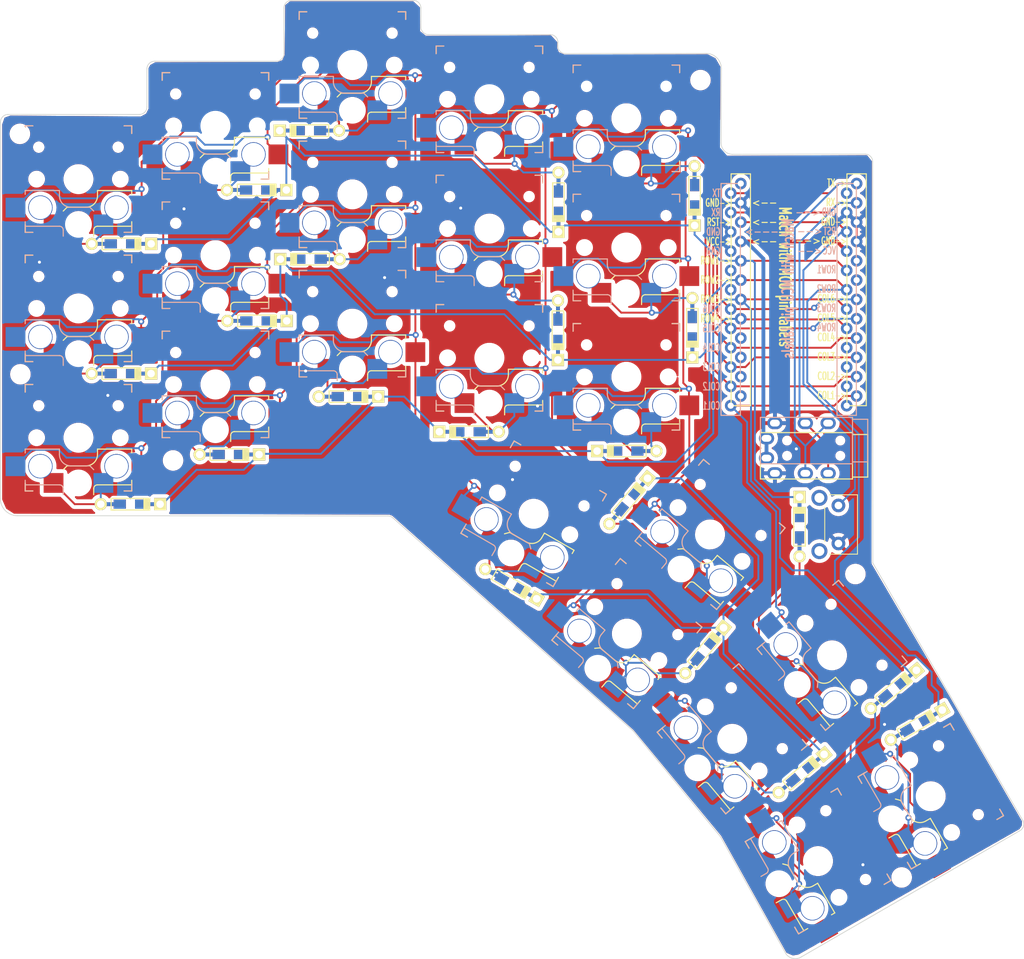
<source format=kicad_pcb>
(kicad_pcb (version 20221018) (generator pcbnew)
  (layers (0 "F.Cu" signal) (31 "B.Cu" signal) (34 "B.Paste" user) (35 "F.Paste" user) (36 "B.SilkS" user "B.Silkscreen") (37 "F.SilkS" user "F.Silkscreen") (38 "B.Mask" user) (39 "F.Mask" user) (44 "Edge.Cuts" user))
  (net 0 "")
  (net 1 "GND")
  (net 2 "row4")
  (net 3 "Net-(D2-A)")
  (net 4 "Net-(D6-A)")
  (net 5 "row1")
  (net 6 "Net-(D10-A)")
  (net 7 "col1")
  (net 8 "Net-(D11-A)")
  (net 9 "row3")
  (net 10 "Net-(D12-A)")
  (net 11 "Net-(D13-A)")
  (net 12 "Net-(D14-A)")
  (net 13 "Net-(D15-A)")
  (net 14 "Net-(D16-A)")
  (net 15 "Net-(D17-A)")
  (net 16 "Net-(D18-A)")
  (net 17 "Net-(D19-A)")
  (net 18 "Net-(D20-A)")
  (net 19 "Net-(D21-A)")
  (net 20 "Net-(D22-A)")
  (net 21 "Net-(D23-A)")
  (net 22 "+3.3V")
  (net 23 "tx")
  (net 24 "rx")
  (net 25 "col2")
  (net 26 "col3")
  (net 27 "col4")
  (net 28 "col5")
  (net 29 "col6")
  (net 30 "reset")
  (net 31 "row2")
  (net 33 "Net-(D9-A)")
  (net 34 "Net-(D1-A)")
  (net 35 "Net-(D3-A)")
  (net 36 "Net-(D4-A)")
  (net 37 "Net-(D5-A)")
  (net 39 "Net-(D7-A)")
  (footprint "keyswitches:Kailh_socket_PG1350_reversible" (layer "F.Cu") (at 71.5 80)
    (fp_text reference "SW23" hide)
    (fp_text value "SW_SPST" hide)
  )
  (footprint "keyswitches:Kailh_socket_PG1350_reversible" (layer "F.Cu") (at 183.5 127.14 -60)
    (fp_text reference "SW7" hide)
    (fp_text value "SW_SPST" hide)
  )
  (footprint "various:SW_SKHLLCA010" (layer "F.Cu") (at 170.12 91.41 -90)
    (fp_text reference "RSW1" hide)
    (fp_text value "SW_Push" hide)
  )
  (footprint "Keebio-Parts:Diode-dual" (layer "F.Cu") (at 143.786467 88.323533 50)
    (fp_text reference "D6" hide)
    (fp_text value "1N4148" hide)
  )
  (footprint "keyswitches:Kailh_socket_PG1350_reversible" (layer "F.Cu") (at 143.5 38)
    (fp_text reference "SW9" hide)
    (fp_text value "SW_SPST" hide)
  )
  (footprint "Keebio-Parts:Diode-dual" (layer "F.Cu") (at 78.33 88.74)
    (fp_text reference "D23" hide)
    (fp_text value "1N4148" hide)
  )
  (footprint "MountingHole:MountingHole_2.2mm_M2" (layer "F.Cu") (at 179.68 137.82)
    (fp_text reference "H5" hide)
    (fp_text value "MountingHole" hide)
  )
  (footprint "keyswitches:Kailh_socket_PG1350_reversible" (layer "F.Cu") (at 107.5 31)
    (fp_text reference "SW15" hide)
    (fp_text value "SW_SPST" hide)
  )
  (footprint "Keebio-Parts:Diode-dual" (layer "F.Cu") (at 134.58 49.03 -90)
    (fp_text reference "D12" hide)
    (fp_text value "1N4148" hide)
  )
  (footprint "Keebio-Parts:Diode-dual" (layer "F.Cu") (at 152.47 48.19 -90)
    (fp_text reference "D9" hide)
    (fp_text value "1N4148" hide)
  )
  (footprint "keyswitches:Kailh_socket_PG1350_reversible" (layer "F.Cu") (at 154.5 92.72 -40)
    (fp_text reference "SW3" hide)
    (fp_text value "SW_SPST" hide)
  )
  (footprint "Keebio-Parts:Diode-dual" (layer "F.Cu") (at 77.14 71.57)
    (fp_text reference "D22" hide)
    (fp_text value "1N4148" hide)
  )
  (footprint "Keebio-Parts:Diode-dual" (layer "F.Cu") (at 166.259693 91.706119 90)
    (fp_text reference "D3" hide)
    (fp_text value "1N4148" hide)
  )
  (footprint "keyswitches:Kailh_socket_PG1350_reversible" (layer "F.Cu") (at 170.53 108.61 -50)
    (fp_text reference "SW5" hide)
    (fp_text value "SW_SPST" hide)
  )
  (footprint "keyswitches:Kailh_socket_PG1350_reversible" (layer "F.Cu") (at 89.5 56)
    (fp_text reference "SW19" hide)
    (fp_text value "SW_SPST" hide)
  )
  (footprint "Keebio-Parts:Diode-dual" (layer "F.Cu") (at 91.33 82.21)
    (fp_text reference "D20" hide)
    (fp_text value "1N4148" hide)
  )
  (footprint "Keebio-Parts:Diode-dual" (layer "F.Cu") (at 128.34 99.23 -30)
    (fp_text reference "D1" hide)
    (fp_text value "1N4148" hide)
  )
  (footprint "keyswitches:Kailh_socket_PG1350_reversible" (layer "F.Cu") (at 143.5 72)
    (fp_text reference "SW11" hide)
    (fp_text value "SW_SPST" hide)
  )
  (footprint "Keebio-Parts:Diode-dual" (layer "F.Cu") (at 152.17 65.54 -90)
    (fp_text reference "D10" hide)
    (fp_text value "1N4148" hide)
  )
  (footprint "MountingHole:MountingHole_2.2mm_M2" (layer "F.Cu") (at 153.24 32.98)
    (fp_text reference "H3" hide)
    (fp_text value "MountingHole")
  )
  (footprint "MountingHole:MountingHole_2.2mm_M2" (layer "F.Cu") (at 63.87 71.66)
    (fp_text reference "H2" hide)
    (fp_text value "MountingHole" hide)
  )
  (footprint "keyswitches:Kailh_socket_PG1350_reversible" (layer "F.Cu") (at 168.69 135.67 -60)
    (fp_text reference "SW6" hide)
    (fp_text value "SW_SPST" hide)
  )
  (footprint "MountingHole:MountingHole_2.2mm_M2" (layer "F.Cu") (at 173.6 97.93)
    (fp_text reference "H6" hide)
    (fp_text value "MountingHole" hide)
  )
  (footprint "Keebio-Parts:Diode-dual" (layer "F.Cu") (at 94.97 64.64)
    (fp_text reference "D19" hide)
    (fp_text value "1N4148" hide)
  )
  (footprint "keyswitches:Kailh_socket_PG1350_reversible" (layer "F.Cu") (at 107.5 48)
    (fp_text reference "SW16" hide)
    (fp_text value "SW_SPST" hide)
  )
  (footprint "keyswitches:Kailh_socket_PG1350_reversible" (layer "F.Cu") (at 107.5 65)
    (fp_text reference "SW17" hide)
    (fp_text value "SW_SPST" hide)
  )
  (footprint "Keebio-Parts:Diode-dual" (layer "F.Cu") (at 106.98 74.6)
    (fp_text reference "D17" hide)
    (fp_text value "1N4148" hide)
  )
  (footprint "Keebio-Parts:Diode-dual" (layer "F.Cu") (at 153.76 107.98 50)
    (fp_text reference "D2" hide)
    (fp_text value "1N4148" hide)
  )
  (footprint "keyswitches:Kailh_socket_PG1350_reversible" (layer "F.Cu") (at 71.5 63)
    (fp_text reference "SW22" hide)
    (fp_text value "SW_SPST" hide)
  )
  (footprint "keyswitches:Kailh_socket_PG1350_reversible" (layer "F.Cu") (at 143.5 55)
    (fp_text reference "SW10" hide)
    (fp_text value "SW_SPST" hide)
  )
  (footprint "keyswitches:Kailh_socket_PG1350_reversible" (layer "F.Cu") (at 125.5 52.5)
    (fp_text reference "SW13" hide)
    (fp_text value "SW_SPST" hide)
  )
  (footprint "Keebio-Parts:Diode-dual" (layer "F.Cu") (at 181.64 117.76 30)
    (fp_text reference "D4" hide)
    (fp_text value "1N4148" hide)
  )
  (footprint "hillside:ProMicro_v2" (layer "F.Cu") (at 166.1036 61.058)
    (fp_text reference "U1" hide)
    (fp_text value "ProMicro_r" hide)
  )
  (footprint "keyswitches:Kailh_socket_PG1350_reversible" (layer "F.Cu") (at 125.5 69.5)
    (fp_text reference "SW14" hide)
    (fp_text value "SW_SPST" hide)
  )
  (footprint "MountingHole:MountingHole_2.2mm_M2" (layer "F.Cu") (at 83.93 82.99)
    (fp_text reference "H4" hide)
    (fp_text value "MountingHole" hide)
  )
  (footprint "Keebio-Parts:TRRS-PJ-320A" (layer "F.Cu") (at 173.22 82.38 -90)
    (fp_text reference "J1")
    (fp_text value "TRRS" hide)
  )
  (footprint "Keebio-Parts:Diode-dual" (layer "F.Cu") (at 101.85 39.62 180)
    (fp_text reference "D15" hide)
    (fp_text value "1N4148" hide)
  )
  (footprint "keyswitches:Kailh_socket_PG1350_reversible" (layer "F.Cu") (at 131.31686 90 -30)
    (fp_text reference "SW1" hide)
    (fp_text value "SW_SPST" hide)
  )
  (footprint "Keebio-Parts:Diode-dual" (layer "F.Cu") (at 94.92 47.43)
    (fp_text reference "D18" hide)
    (fp_text value "1N4148" hide)
  )
  (footprint "Keebio-Parts:Diode-dual" (layer "F.Cu") (at 178.63 113.09 40)
    (fp_text reference "D5" hide)
    (fp_text value "1N4148" hide)
  )
  (footprint "keyswitches:Kailh_socket_PG1350_reversible" (layer "F.Cu") (at 89.5 39)
    (fp_text reference "SW18" hide)
    (fp_text value "SW_SPST" hide)
  )
  (footprint "keyswitches:Kailh_socket_PG1350_reversible" (layer "F.Cu") (at 71.5 46)
    (fp_text reference "SW21" hide)
    (fp_text value "SW_SPST" hide)
  )
  (footprint "Keebio-Parts:Diode-dual" (layer "F.Cu") (at 143.555 81.755 180)
    (fp_text reference "D11" hide)
    (fp_text value "1N4148" hide)
  )
  (footprint "keyswitches:Kailh_socket_PG1350_reversible" (layer "F.Cu") (at 125.5 35.5)
    (fp_text reference "SW12" hide)
    (fp_text value "SW_SPST" hide)
  )
  (footprint "Keebio-Parts:Diode-dual" (layer "F.Cu") (at 122.83 79.22 180)
    (fp_text reference "D14" hide)
    (fp_text value "1N4148" hide)
  )
  (footprint "Keebio-Parts:Diode-dual" (layer "F.Cu") (at 134.51 65.87 -90)
    (fp_text reference "D13" hide)
    (fp_text value "1N4148" hide)
  )
  (footprint "Keebio-Parts:Diode-dual" (layer "F.Cu") (at 101.93 56.53 180)
    (fp_text reference "D16" hide)
    (fp_text value "1N4148" hide)
  )
  (footprint "keyswitches:Kailh_socket_PG1350_reversible" (layer "F.Cu") (at 89.5 73)
    (fp_text reference "SW20" hide)
    (fp_text value "SW_SPST" hide)
  )
  (footprint "Keebio-Parts:Diode-dual" (layer "F.Cu") (at 77.15 54.51)
    (fp_text reference "D21" hide)
    (fp_text value "1N4148" hide)
  )
  (footprint "Keebio-Parts:Diode-dual" (layer "F.Cu") (at 166.5 124.14 40)
    (fp_text reference "D7" hide)
    (fp_text value "1N4148" hide)
  )
  (footprint "MountingHole:MountingHole_2.2mm_M2" (layer "F.Cu") (at 63.8 40.05)
    (fp_text reference "H1" hide)
    (fp_text value "MountingHole" hide)
  )
  (footprint "keyswitches:Kailh_socket_PG1350_reversible" (layer "F.Cu") (at 143.57 105.76 -40)
    (fp_text reference "SW2" hide)
    (fp_text value "SW_SPST" hide)
  )
  (footprint "keyswitches:Kailh_socket_PG1350_reversible" (layer "F.Cu") (at 157.42 119.59 -50)
    (fp_text reference "SW4" hide)
    (fp_text value "SW_SPST" hide)
  )
  (footprint "Keebio-Parts:TRRS-PJ-320A" (layer "B.Cu") (at 173.219997 80.379999 90)
    (fp_text reference "J2")
    (fp_text value "TRRS")
  )
  (gr_arc (start 80.5 36.5) (mid 80.207107 37.207107) (end 79.5 37.5) (stroke (width 0.1)) (layer "Edge.Cuts"))
  (gr_line (start 61.238061 88.001939) (end 61.257107 38.497107) (stroke (width 0.1)) (layer "Edge.Cuts"))
  (gr_line (start 174.872893 42.71) (end 157.452107 42.742893) (stroke (width 0.1)) (layer "Edge.Cuts"))
  (gr_line (start 195.149465 131.707616) (end 166.560366 148.228728) (stroke (width 0.1)) (layer "Edge.Cuts"))
  (gr_arc (start 157.452107 42.742893) (mid 156.391447 42.303553) (end 155.952107 41.242893) (stroke (width 0.1)) (layer "Edge.Cuts"))
  (gr_line (start 175.872893 43.71) (end 175.88 96.46) (stroke (width 0.1)) (layer "Edge.Cuts"))
  (gr_line (start 144.38 118.53) (end 112.83 90.55) (stroke (width 0.1)) (layer "Edge.Cuts"))
  (gr_line (start 80.5 31.5) (end 80.5 36.5) (stroke (width 0.1)) (layer "Edge.Cuts"))
  (gr_line (start 79.5 37.5) (end 62.257107 37.497107) (stroke (width 0.1)) (layer "Edge.Cuts"))
  (gr_arc (start 80.5 31.5) (mid 80.792893 30.792893) (end 81.5 30.5) (stroke (width 0.1)) (layer "Edge.Cuts"))
  (gr_line (start 195.633153 130.37869) (end 175.88 96.46) (stroke (width 0.1)) (layer "Edge.Cuts"))
  (gr_line (start 133.5 27) (end 117.5 27) (stroke (width 0.1)) (layer "Edge.Cuts"))
  (gr_line (start 112.169983 90.289083) (end 63.498061 90.261939) (stroke (width 0.1)) (layer "Edge.Cuts"))
  (gr_arc (start 115.5 22.5) (mid 116.207107 22.792893) (end 116.5 23.5) (stroke (width 0.1)) (layer "Edge.Cuts"))
  (gr_arc (start 135.5 29.5) (mid 134.792893 29.207107) (end 134.5 28.5) (stroke (width 0.1)) (layer "Edge.Cuts"))
  (gr_line (start 134.5 28.5) (end 134.5 28) (stroke (width 0.1)) (layer "Edge.Cuts"))
  (gr_line (start 155.952107 41.242893) (end 155.987893 31.477107) (stroke (width 0.1)) (layer "Edge.Cuts"))
  (gr_line (start 116.5 26) (end 116.5 23.5) (stroke (width 0.1)) (layer "Edge.Cuts"))
  (gr_line (start 97.5 30.5) (end 81.5 30.5) (stroke (width 0.1)) (layer "Edge.Cuts"))
  (gr_arc (start 61.257107 38.497107) (mid 61.55 37.79) (end 62.257107 37.497107) (stroke (width 0.1)) (layer "Edge.Cuts"))
  (gr_arc (start 133.5 27) (mid 134.207107 27.292893) (end 134.5 28) (stroke (width 0.1)) (layer "Edge.Cuts"))
  (gr_arc (start 166.560366 148.228728) (mid 165.439529 148.477213) (end 164.471272 147.860366) (stroke (width 0.1)) (layer "Edge.Cuts"))
  (gr_line (start 155.89 132.49) (end 164.471272 147.860366) (stroke (width 0.1)) (layer "Edge.Cuts"))
  (gr_line (start 115.5 22.5) (end 99.5 22.5) (stroke (width 0.1)) (layer "Edge.Cuts"))
  (gr_arc (start 112.169983 90.289083) (mid 112.526045 90.353635) (end 112.83 90.55) (stroke (width 0.1)) (layer "Edge.Cuts"))
  (gr_line (start 144.38 118.53) (end 155.89 132.49) (stroke (width 0.1)) (layer "Edge.Cuts"))
  (gr_arc (start 195.633153 130.37869) (mid 195.666539 131.143328) (end 195.149465 131.707616) (stroke (width 0.1)) (layer "Edge.Cuts"))
  (gr_arc (start 153.987893 29.477107) (mid 155.402111 30.062889) (end 155.987893 31.477107) (stroke (width 0.1)) (layer "Edge.Cuts"))
  (gr_line (start 153.987893 29.477107) (end 135.5 29.5) (stroke (width 0.1)) (layer "Edge.Cuts"))
  (gr_arc (start 117.5 27) (mid 116.792893 26.707107) (end 116.5 26) (stroke (width 0.1)) (layer "Edge.Cuts"))
  (gr_arc (start 174.872893 42.71) (mid 175.58 43.002893) (end 175.872893 43.71) (stroke (width 0.1)) (layer "Edge.Cuts"))
  (gr_arc (start 63.498061 90.261939) (mid 61.9 89.6) (end 61.238061 88.001939) (stroke (width 0.1)) (layer "Edge.Cuts"))
  (gr_line (start 98.5 23.5) (end 98.5 29.5) (stroke (width 0.1)) (layer "Edge.Cuts"))
  (gr_arc (start 98.5 29.5) (mid 98.207107 30.207107) (end 97.5 30.5) (stroke (width 0.1)) (layer "Edge.Cuts"))
  (gr_arc (start 98.5 23.5) (mid 98.792893 22.792893) (end 99.5 22.5) (stroke (width 0.1)) (layer "Edge.Cuts"))
  (segment (start 172.49 50.39) (end 173.76 51.66) (width 0.25) (layer "F.Cu") (net 1))
  (segment (start 172.4536 50.39) (end 172.49 50.39) (width 0.25) (layer "F.Cu") (net 1))
  (segment (start 173.76 51.66) (end 173.76 54.2) (width 0.25) (layer "F.Cu") (net 1))
  (via (at 111.73 58.95) (size 0.8) (drill 0.4) (layers "F.Cu" "B.Cu") (net 1))
  (via (at 85.37 49.91) (size 0.8) (drill 0.4) (layers "F.Cu" "B.Cu") (net 1))
  (via (at 75.36 74.44) (size 0.8) (drill 0.4) (layers "F.Cu" "B.Cu") (net 1))
  (via (at 121.73 49.81) (size 0.8) (drill 0.4) (layers "F.Cu" "B.Cu") (net 1))
  (via (at 101.35 71.23) (size 0.8) (drill 0.4) (layers "F.Cu" "B.Cu") (net 1))
  (via (at 174.59 136.15) (size 0.8) (drill 0.4) (layers "F.Cu" "B.Cu") (net 1))
  (via (at 165.84 81.47) (size 0.8) (drill 0.4) (layers "F.Cu" "B.Cu") (net 1))
  (via (at 131.83 75.83) (size 0.8) (drill 0.4) (layers "F.Cu" "B.Cu") (net 1))
  (via (at 177.43 117.7) (size 0.8) (drill 0.4) (layers "F.Cu" "B.Cu") (net 1))
  (via (at 128.54 85.51) (size 0.8) (drill 0.4) (layers "F.Cu" "B.Cu") (net 1))
  (via (at 66.37 56.92) (size 0.8) (drill 0.4) (layers "F.Cu" "B.Cu") (net 1))
  (segment (start 156.0666 49.914897) (end 156.861497 49.12) (width 0.25) (layer "B.Cu") (net 1))
  (segment (start 156.861497 49.12) (end 158.54 49.12) (width 0.25) (layer "B.Cu") (net 1))
  (segment (start 157.2136 55.47) (end 156.0666 54.323) (width 0.25) (layer "B.Cu") (net 1))
  (segment (start 157.2136 52.93) (end 156.0666 51.783) (width 0.25) (layer "B.Cu") (net 1))
  (segment (start 156.0666 51.783) (end 156.0666 51.47) (width 0.25) (layer "B.Cu") (net 1))
  (segment (start 156.0666 54.323) (end 156.0666 51.47) (width 0.25) (layer "B.Cu") (net 1))
  (segment (start 156.0666 51.47) (end 156.0666 49.914897) (width 0.25) (layer "B.Cu") (net 1))
  (segment (start 158.63 64.45) (end 171.2736 64.45) (width 0.25) (layer "F.Cu") (net 2))
  (segment (start 171.2736 64.45) (end 172.4536 65.63) (width 0.25) (layer "F.Cu") (net 2))
  (segment (start 158.5041 64.3241) (end 158.63 64.45) (width 0.25) (layer "F.Cu") (net 2))
  (segment (start 154.92 66.017897) (end 156.557897 64.38) (width 0.25) (layer "B.Cu") (net 2))
  (segment (start 146.293339 85.33596) (end 149.006143 85.33596) (width 0.25) (layer "B.Cu") (net 2))
  (segment (start 160.85 95.54) (end 150.64596 85.33596) (width 0.25) (layer "B.Cu") (net 2))
  (segment (start 149.006143 85.33596) (end 154.92 79.422103) (width 0.25) (layer "B.Cu") (net 2))
  (segment (start 154.92 79.422103) (end 154.92 66.017897) (width 0.25) (layer "B.Cu") (net 2))
  (segment (start 150.64596 85.33596) (end 146.293339 85.33596) (width 0.25) (layer "B.Cu") (net 2))
  (segment (start 156.266872 104.992427) (end 156.266872 108.412427) (width 0.25) (layer "B.Cu") (net 2))
  (segment (start 150.722427 104.992427) (end 156.266872 104.992427) (width 0.25) (layer "B.Cu") (net 2))
  (segment (start 146.32436 100.59436) (end 150.722427 104.992427) (width 0.25) (layer "B.Cu") (net 2))
  (segment (start 156.266872 103.173128) (end 160.85 98.59) (width 0.25) (layer "B.Cu") (net 2))
  (segment (start 156.266872 108.412427) (end 169.487573 121.633128) (width 0.25) (layer "B.Cu") (net 2))
  (segment (start 156.266872 104.992427) (end 156.266872 103.173128) (width 0.25) (layer "B.Cu") (net 2))
  (segment (start 160.85 98.59) (end 160.85 95.54) (width 0.25) (layer "B.Cu") (net 2))
  (segment (start 132.303139 100.59436) (end 146.32436 100.59436) (width 0.25) (layer "B.Cu") (net 2))
  (segment (start 131.717499 101.18) (end 132.303139 100.59436) (width 0.25) (layer "B.Cu") (net 2))
  (segment (start 156.557897 64.38) (end 158.2364 64.38) (width 0.25) (layer "B.Cu") (net 2))
  (segment (start 137.236618 108.212835) (end 142.052835 108.212835) (width 0.25) (layer "F.Cu") (net 3))
  (segment (start 142.052835 108.212835) (end 143.44 109.6) (width 0.25) (layer "F.Cu") (net 3))
  (via (at 143.44 109.6) (size 0.8) (drill 0.4) (layers "F.Cu" "B.Cu") (net 3))
  (segment (start 142.254209 112.423094) (end 143.44 111.237303) (width 0.25) (layer "B.Cu") (net 3))
  (segment (start 143.44 109.6) (end 145.83 109.6) (width 0.25) (layer "B.Cu") (net 3))
  (segment (start 147.197573 110.967573) (end 151.253128 110.967573) (width 0.25) (layer "B.Cu") (net 3))
  (segment (start 145.83 109.6) (end 147.197573 110.967573) (width 0.25) (layer "B.Cu") (net 3))
  (segment (start 143.44 111.237303) (end 143.44 109.6) (width 0.25) (layer "B.Cu") (net 3))
  (segment (start 141.279595 91.311106) (end 144.304889 91.311106) (width 0.25) (layer "F.Cu") (net 4))
  (segment (start 148.166618 95.172835) (end 152.402835 95.172835) (width 0.25) (layer "F.Cu") (net 4))
  (segment (start 152.402835 95.172835) (end 154.08 96.85) (width 0.25) (layer "F.Cu") (net 4))
  (segment (start 144.304889 91.311106) (end 148.166618 95.172835) (width 0.25) (layer "F.Cu") (net 4))
  (via (at 154.08 96.85) (size 0.8) (drill 0.4) (layers "F.Cu" "B.Cu") (net 4))
  (segment (start 154.08 96.85) (end 154.08 98.487303) (width 0.25) (layer "B.Cu") (net 4))
  (segment (start 154.08 98.487303) (end 153.184209 99.383094) (width 0.25) (layer "B.Cu") (net 4))
  (segment (start 171.1836 56.74) (end 172.4536 58.01) (width 0.25) (layer "F.Cu") (net 5))
  (segment (start 158.54 56.74) (end 171.1836 56.74) (width 0.25) (layer "F.Cu") (net 5))
  (segment (start 101.2497 42.9197) (end 123.5197 42.9197) (width 0.25) (layer "B.Cu") (net 5))
  (segment (start 160.39 85.48) (end 160.39 57.03) (width 0.25) (layer "B.Cu") (net 5))
  (segment (start 98.82 40.49) (end 97.95 39.62) (width 0.25) (layer "B.Cu") (net 5))
  (segment (start 81.05 54.51) (end 81.6595 53.9005) (width 0.25) (layer "B.Cu") (net 5))
  (segment (start 162.716119 87.806119) (end 160.39 85.48) (width 0.25) (layer "B.Cu") (net 5))
  (segment (start 133.53 52.93) (end 134.58 52.93) (width 0.25) (layer "B.Cu") (net 5))
  (segment (start 135.42 52.09) (end 152.47 52.09) (width 0.25) (layer "B.Cu") (net 5))
  (segment (start 123.5197 42.9197) (end 133.53 52.93) (width 0.25) (layer "B.Cu") (net 5))
  (segment (start 152.47 52.09) (end 152.47 53.31) (width 0.25) (layer "B.Cu") (net 5))
  (segment (start 160.1 56.74) (end 158.54 56.74) (width 0.25) (layer "B.Cu") (net 5))
  (segment (start 134.58 52.93) (end 135.42 52.09) (width 0.25) (layer "B.Cu") (net 5))
  (segment (start 81.6595 53.9005) (end 91.374568 53.9005) (width 0.25) (layer "B.Cu") (net 5))
  (segment (start 160.39 57.03) (end 160.1 56.74) (width 0.25) (layer "B.Cu") (net 5))
  (segment (start 155.9 56.74) (end 158.54 56.74) (width 0.25) (layer "B.Cu") (net 5))
  (segment (start 166.259693 87.806119) (end 162.716119 87.806119) (width 0.25) (layer "B.Cu") (net 5))
  (segment (start 97.845068 47.43) (end 98.82 47.43) (width 0.25) (layer "B.Cu") (net 5))
  (segment (start 91.374568 53.9005) (end 97.845068 47.43) (width 0.25) (layer "B.Cu") (net 5))
  (segment (start 98.82 47.43) (end 98.82 40.49) (width 0.25) (layer "B.Cu") (net 5))
  (segment (start 152.47 53.31) (end 155.9 56.74) (width 0.25) (layer "B.Cu") (net 5))
  (segment (start 97.95 39.62) (end 101.2497 42.9197) (width 0.25) (layer "B.Cu") (net 5))
  (segment (start 142.835 63.56) (end 146.85 63.56) (width 0.25) (layer "F.Cu") (net 6))
  (segment (start 140.225 60.95) (end 142.835 63.56) (width 0.25) (layer "F.Cu") (net 6))
  (via (at 146.85 63.56) (size 0.8) (drill 0.4) (layers "F.Cu" "B.Cu") (net 6))
  (segment (start 146.775 63.485) (end 146.775 60.95) (width 0.25) (layer "B.Cu") (net 6))
  (segment (start 146.85 63.56) (end 147.98 63.56) (width 0.25) (layer "B.Cu") (net 6))
  (segment (start 149.9 61.64) (end 152.17 61.64) (width 0.25) (layer "B.Cu") (net 6))
  (segment (start 147.98 63.56) (end 149.9 61.64) (width 0.25) (layer "B.Cu") (net 6))
  (segment (start 146.85 63.56) (end 146.775 63.485) (width 0.25) (layer "B.Cu") (net 6))
  (segment (start 184.87 132.9) (end 184.87 132.02) (width 0.25) (layer "F.Cu") (net 7))
  (segment (start 170.846401 117.359471) (end 172.976401 117.359471) (width 0.25) (layer "F.Cu") (net 7))
  (segment (start 170.2041 141.4541) (end 170.2041 140.7841) (width 0.25) (layer "F.Cu") (net 7))
  (segment (start 173.49 116.845872) (end 173.49 114.27) (width 0.25) (layer "F.Cu") (net 7))
  (segment (start 173.34 140.951265) (end 173.34 132.56) (width 0.25) (layer "F.Cu") (net 7))
  (segment (start 157.2136 75.79) (end 170.831497 75.79) (width 0.25) (layer "F.Cu") (net 7))
  (segment (start 172.101497 74.52) (end 173.76 74.52) (width 0.25) (layer "F.Cu") (net 7))
  (segment (start 180.78 127.93) (end 180.78 124.19) (width 0.25) (layer "F.Cu") (net 7))
  (segment (start 185.55 133.58) (end 184.87 132.9) (width 0.25) (layer "F.Cu") (net 7))
  (segment (start 184.389905 136.18136) (end 185.55 135.021265) (width 0.25) (layer "F.Cu") (net 7))
  (segment (start 156.2 122.1) (end 154.649626 120.549626) (width 0.25) (layer "F.Cu") (net 7))
  (segment (start 159.866401 128.339471) (end 160.1 128.105872) (width 0.25) (layer "F.Cu") (net 7))
  (segment (start 159.866401 128.339471) (end 170.846401 117.359471) (width 0.25) (layer "F.Cu") (net 7))
  (segment (start 166.98 106.59) (end 163.9 103.51) (width 0.25) (layer "F.Cu") (net 7))
  (segment (start 154.649626 118.059626) (end 151.18 114.59) (width 0.25) (layer "F.Cu") (net 7))
  (segment (start 170.63 143.661265) (end 170.63 141.88) (width 0.25) (layer "F.Cu") (net 7))
  (segment (start 154.649626 120.549626) (end 154.649626 118.059626) (width 0.25) (layer "F.Cu") (net 7))
  (segment (start 172.976401 117.359471) (end 173.49 116.845872) (width 0.25) (layer "F.Cu") (net 7))
  (segment (start 173.3 132.52) (end 172.976401 132.196401) (width 0.25) (layer "F.Cu") (net 7))
  (segment (start 160.1 125) (end 157.2 122.1) (width 0.25) (layer "F.Cu") (net 7))
  (segment (start 173.49 114.27) (end 170.45 111.23) (width 0.25) (layer "F.Cu") (net 7))
  (segment (start 173.34 132.56) (end 173.3 132.52) (width 0.25) (layer "F.Cu") (net 7))
  (segment (start 176.100095 135.320095) (end 175.79 135.01) (width 0.25) (layer "F.Cu") (net 7))
  (segment (start 163.22 130.49) (end 163.22 130.03) (width 0.25) (layer "F.Cu") (net 7))
  (segment (start 166.98 108.53) (end 166.98 106.59) (width 0.25) (layer "F.Cu") (net 7))
  (segment (start 165.26 135.84) (end 165.26 132.53) (width 0.25) (layer "F.Cu") (net 7))
  (segment (start 169.579905 144.71136) (end 173.34 140.951265) (width 0.25) (layer "F.Cu") (net 7))
  (segment (start 170.45 111.23) (end 169.68 111.23) (width 0.25) (layer "F.Cu") (net 7))
  (segment (start 184.389905 136.18136) (end 182.05136 136.18136) (width 0.25) (layer "F.Cu") (net 7))
  (segment (start 181.190095 135.320095) (end 176.100095 135.320095) (width 0.25) (layer "F.Cu") (net 7))
  (segment (start 170.831497 75.79) (end 172.101497 74.52) (width 0.25) (layer "F.Cu") (net 7))
  (segment (start 172.976401 132.196401) (end 172.976401 117.359471) (width 0.25) (layer "F.Cu") (net 7))
  (segment (start 157.2 122.1) (end 156.2 122.1) (width 0.25) (layer "F.Cu") (net 7))
  (segment (start 180.78 124.19) (end 178.16 121.57) (width 0.25) (layer "F.Cu") (net 7))
  (segment (start 169.579905 144.71136) (end 170.63 143.661265) (width 0.25) (layer "F.Cu") (net 7))
  (segment (start 182.05136 136.18136) (end 181.190095 135.320095) (width 0.25) (layer "F.Cu") (net 7))
  (segment (start 170.63 141.88) (end 170.2041 141.4541) (width 0.25) (layer "F.Cu") (net 7))
  (segment (start 163.9 103.51) (end 163.9 102.96) (width 0.25) (layer "F.Cu") (net 7))
  (segment (start 169.68 111.23) (end 166.98 108.53) (width 0.25) (layer "F.Cu") (net 7))
  (segment (start 185.55 135.021265) (end 185.55 133.58) (width 0.25) (layer "F.Cu") (net 7))
  (segment (start 184.87 132.02) (end 180.78 127.93) (width 0.25) (layer "F.Cu") (net 7))
  (segment (start 160.1 128.105872) (end 160.1 125) (width 0.25) (layer "F.Cu") (net 7))
  (segment (start 170.2041 140.7841) (end 165.26 135.84) (width 0.25) (layer "F.Cu") (net 7))
  (segment (start 165.26 132.53) (end 163.22 130.49) (width 0.25) (layer "F.Cu") (net 7))
  (segment (start 175.79 135.01) (end 173.3 132.52) (width 0.25) (layer "F.Cu") (net 7))
  (via (at 163.9 102.96) (size 0.8) (drill 0.4) (layers "F.Cu" "B.Cu") (net 7))
  (via (at 151.18 114.59) (size 0.8) (drill 0.4) (layers "F.Cu" "B.Cu") (net 7))
  (via (at 178.16 121.57) (size 0.8) (drill 0.4) (layers "F.Cu" "B.Cu") (net 7))
  (via (at 163.22 130.03) (size 0.8) (drill 0.4) (layers "F.Cu" "B.Cu") (net 7))
  (segment (start 163.9 102.96) (end 163.9 103.119702) (width 0.25) (layer "B.Cu") (net 7))
  (segment (start 161.653545 130.03) (end 161.304905 130.37864) (width 0.25) (layer "B.Cu") (net 7))
  (segment (start 163.18 89.712497) (end 159.37 85.902498) (width 0.25) (layer "B.Cu") (net 7))
  (segment (start 163.22 130.03) (end 161.653545 130.03) (width 0.25) (layer "B.Cu") (net 7))
  (segment (start 178.16 121.57) (end 176.393545 121.57) (width 0.25) (layer "B.Cu") (net 7))
  (segment (start 176.393545 121.57) (end 176.114905 121.84864) (width 0.25) (layer "B.Cu") (net 7))
  (segment (start 163.9 103.119702) (end 162.338266 104.681436) (width 0.25) (layer "B.Cu") (net 7))
  (segment (start 163.18 102.24) (end 163.18 89.712497) (width 0.25) (layer "B.Cu") (net 7))
  (segment (start 159.37 85.902498) (end 159.37 77.9464) (width 0.25) (layer "B.Cu") (net 7))
  (segment (start 159.37 77.9464) (end 157.2136 75.79) (width 0.25) (layer "B.Cu") (net 7))
  (segment (start 163.9 102.96) (end 163.18 102.24) (width 0.25) (layer "B.Cu") (net 7))
  (segment (start 150.299702 114.59) (end 149.228266 115.661436) (width 0.25) (layer "B.Cu") (net 7))
  (segment (start 151.18 114.59) (end 150.299702 114.59) (width 0.25) (layer "B.Cu") (net 7))
  (segment (start 144.195 81.755) (end 147.455 81.755) (width 0.25) (layer "F.Cu") (net 8))
  (segment (start 140.225 77.95) (end 140.39 77.95) (width 0.25) (layer "F.Cu") (net 8))
  (segment (start 140.39 77.95) (end 144.195 81.755) (width 0.25) (layer "F.Cu") (net 8))
  (segment (start 146.775 77.95) (end 146.775 81.075) (width 0.25) (layer "B.Cu") (net 8))
  (segment (start 146.775 81.075) (end 147.455 81.755) (width 0.25) (layer "B.Cu") (net 8))
  (segment (start 171.1736 61.81) (end 172.4536 63.09) (width 0.25) (layer "F.Cu") (net 9))
  (segment (start 158.55 61.81) (end 171.1736 61.81) (width 0.25) (layer "F.Cu") (net 9))
  (segment (start 158.54 61.82) (end 158.55 61.81) (width 0.25) (layer "F.Cu") (net 9))
  (segment (start 123.835 81.755) (end 139.655 81.755) (width 0.25) (layer "B.Cu") (net 9))
  (segment (start 181.049727 111.150974) (end 167.338753 97.44) (width 0.25) (layer "B.Cu") (net 9))
  (segment (start 165.35 97.44) (end 163.69 95.78) (width 0.25) (layer "B.Cu") (net 9))
  (segment (start 103.36 82.12) (end 110.88 74.6) (width 0.25) (layer "B.Cu") (net 9))
  (segment (start 82.23 88.74) (end 82.5 88.74) (width 0.25) (layer "B.Cu") (net 9))
  (segment (start 159.88 63.16) (end 158.54 61.82) (width 0.25) (layer "B.Cu") (net 9))
  (segment (start 87.015155 84.224845) (end 93.215155 84.224845) (width 0.25) (layer "B.Cu") (net 9))
  (segment (start 181.617573 110.583128) (end 181.049727 111.150974) (width 0.25) (layer "B.Cu") (net 9))
  (segment (start 118.93 79.22) (end 121.3 79.22) (width 0.25) (layer "B.Cu") (net 9))
  (segment (start 114.31 74.6) (end 118.93 79.22) (width 0.25) (layer "B.Cu") (net 9))
  (segment (start 156.38 61.84) (end 154.41 63.81) (width 0.25) (layer "B.Cu") (net 9))
  (segment (start 150.01 83.16) (end 141.06 83.16) (width 0.25) (layer "B.Cu") (net 9))
  (segment (start 163.69 89.501249) (end 159.88 85.691249) (width 0.25) (layer "B.Cu") (net 9))
  (segment (start 158.2364 61.84) (end 156.38 61.84) (width 0.25) (layer "B.Cu") (net 9))
  (segment (start 82.5 88.74) (end 87.015155 84.224845) (width 0.25) (layer "B.Cu") (net 9))
  (segment (start 93.215155 84.224845) (end 95.32 82.12) (width 0.25) (layer "B.Cu") (net 9))
  (segment (start 163.69 95.78) (end 163.69 89.501249) (width 0.25) (layer "B.Cu") (net 9))
  (segment (start 110.88 74.6) (end 114.31 74.6) (width 0.25) (layer "B.Cu") (net 9))
  (segment (start 95.32 82.12) (end 103.36 82.12) (width 0.25) (layer "B.Cu") (net 9))
  (segment (start 121.3 79.22) (end 123.835 81.755) (width 0.25) (layer "B.Cu") (net 9))
  (segment (start 154.41 78.76) (end 150.01 83.16) (width 0.25) (layer "B.Cu") (net 9))
  (segment (start 141.06 83.16) (end 139.655 81.755) (width 0.25) (layer "B.Cu") (net 9))
  (segment (start 159.88 85.691249) (end 159.88 63.16) (width 0.25) (layer "B.Cu") (net 9))
  (segment (start 154.41 63.81) (end 154.41 78.76) (width 0.25) (layer "B.Cu") (net 9))
  (segment (start 167.338753 97.44) (end 165.35 97.44) (width 0.25) (layer "B.Cu") (net 9))
  (segment (start 124.755 43.98) (end 128.82 43.98) (width 0.25) (layer "F.Cu") (net 10))
  (segment (start 122.225 41.45) (end 124.755 43.98) (width 0.25) (layer "F.Cu") (net 10))
  (via (at 128.82 43.98) (size 0.8) (drill 0.4) (layers "F.Cu" "B.Cu") (net 10))
  (segment (start 128.82 43.98) (end 129.97 45.13) (width 0.25) (layer "B.Cu") (net 10))
  (segment (start 128.775 43.935) (end 128.775 41.45) (width 0.25) (layer "B.Cu") (net 10))
  (segment (start 128.82 43.98) (end 128.775 43.935) (width 0.25) (layer "B.Cu") (net 10))
  (segment (start 129.97 45.13) (end 134.58 45.13) (width 0.25) (layer "B.Cu") (net 10))
  (segment (start 122.225 58.45) (end 124.955 61.18) (width 0.25) (layer "F.Cu") (net 11))
  (segment (start 124.955 61.18) (end 128.66 61.18) (width 0.25) (layer "F.Cu") (net 11))
  (via (at 128.66 61.18) (size 0.8) (drill 0.4) (layers "F.Cu" "B.Cu") (net 11))
  (segment (start 128.66 61.18) (end 129.45 61.97) (width 0.25) (layer "B.Cu") (net 11))
  (segment (start 128.775 61.065) (end 128.775 58.45) (width 0.25) (layer "B.Cu") (net 11))
  (segment (start 128.66 61.18) (end 128.775 61.065) (width 0.25) (layer "B.Cu") (net 11))
  (segment (start 129.45 61.97) (end 134.51 61.97) (width 0.25) (layer "B.Cu") (net 11))
  (segment (start 122.225 75.45) (end 125.995 79.22) (width 0.25) (layer "F.Cu") (net 12))
  (segment (start 125.995 79.22) (end 126.73 79.22) (width 0.25) (layer "F.Cu") (net 12))
  (segment (start 128.775 77.175) (end 126.73 79.22) (width 0.25) (layer "B.Cu") (net 12))
  (segment (start 128.775 75.45) (end 128.775 77.175) (width 0.25) (layer "B.Cu") (net 12))
  (segment (start 104.225 36.95) (end 105.75 38.475) (width 0.25) (layer "F.Cu") (net 13))
  (segment (start 105.75 38.475) (end 105.75 39.62) (width 0.25) (layer "F.Cu") (net 13))
  (segment (start 110.775 36.95) (end 108.105 39.62) (width 0.25) (layer "B.Cu") (net 13))
  (segment (start 108.105 39.62) (end 105.75 39.62) (width 0.25) (layer "B.Cu") (net 13))
  (segment (start 104.225 53.95) (end 104.225 54.925) (width 0.25) (layer "F.Cu") (net 14))
  (segment (start 104.225 54.925) (end 105.83 56.53) (width 0.25) (layer "F.Cu") (net 14))
  (segment (start 110.775 53.95) (end 108.195 56.53) (width 0.25) (layer "B.Cu") (net 14))
  (segment (start 108.195 56.53) (end 105.83 56.53) (width 0.25) (layer "B.Cu") (net 14))
  (segment (start 104.225 70.95) (end 104.225 73.455) (width 0.25) (layer "F.Cu") (net 15))
  (segment (start 104.225 73.455) (end 103.08 74.6) (width 0.25) (layer "F.Cu") (net 15))
  (segment (start 110.775 70.95) (end 108.89 72.835) (width 0.25) (layer "B.Cu") (net 15))
  (segment (start 104.845 72.835) (end 103.08 74.6) (width 0.25) (layer "B.Cu") (net 15))
  (segment (start 108.89 72.835) (end 104.845 72.835) (width 0.25) (layer "B.Cu") (net 15))
  (segment (start 86.225 44.95) (end 88.705 47.43) (width 0.25) (layer "F.Cu") (net 16))
  (segment (start 88.705 47.43) (end 91.02 47.43) (width 0.25) (layer "F.Cu") (net 16))
  (segment (start 92.775 44.95) (end 92.775 45.675) (width 0.25) (layer "B.Cu") (net 16))
  (segment (start 92.775 45.675) (end 91.02 47.43) (width 0.25) (layer "B.Cu") (net 16))
  (segment (start 88.915 64.64) (end 91.07 64.64) (width 0.25) (layer "F.Cu") (net 17))
  (segment (start 86.225 61.95) (end 88.915 64.64) (width 0.25) (layer "F.Cu") (net 17))
  (segment (start 92.775 62.935) (end 91.07 64.64) (width 0.25) (layer "B.Cu") (net 17))
  (segment (start 92.775 61.95) (end 92.775 62.935) (width 0.25) (layer "B.Cu") (net 17))
  (segment (start 86.225 81.005) (end 87.43 82.21) (width 0.25) (layer "F.Cu") (net 18))
  (segment (start 86.225 78.95) (end 86.225 81.005) (width 0.25) (layer "F.Cu") (net 18))
  (segment (start 92.775 78.95) (end 90.59 81.135) (width 0.25) (layer "B.Cu") (net 18))
  (segment (start 88.505 81.135) (end 87.43 82.21) (width 0.25) (layer "B.Cu") (net 18))
  (segment (start 90.59 81.135) (end 88.505 81.135) (width 0.25) (layer "B.Cu") (net 18))
  (segment (start 70.785 54.51) (end 73.25 54.51) (width 0.25) (layer "F.Cu") (net 19))
  (segment (start 68.225 51.95) (end 70.785 54.51) (width 0.25) (layer "F.Cu") (net 19))
  (segment (start 74.775 52.985) (end 73.25 54.51) (width 0.25) (layer "B.Cu") (net 19))
  (segment (start 74.775 51.95) (end 74.775 52.985) (width 0.25) (layer "B.Cu") (net 19))
  (segment (start 70.845 71.57) (end 73.24 71.57) (width 0.25) (layer "F.Cu") (net 20))
  (segment (start 68.225 68.95) (end 70.845 71.57) (width 0.25) (layer "F.Cu") (net 20))
  (segment (start 74.775 68.95) (end 74.775 70.035) (width 0.25) (layer "B.Cu") (net 20))
  (segment (start 74.775 70.035) (end 73.24 71.57) (width 0.25) (layer "B.Cu") (net 20))
  (segment (start 68.225 85.95) (end 71.015 88.74) (width 0.25) (layer "F.Cu") (net 21))
  (segment (start 71.015 88.74) (end 74.43 88.74) (width 0.25) (layer "F.Cu") (net 21))
  (segment (start 74.41 86.39) (end 74.43 86.41) (width 0.25) (layer "B.Cu") (net 21))
  (segment (start 74.43 86.41) (end 74.43 88.74) (width 0.25) (layer "B.Cu") (net 21))
  (segment (start 74.775 86.025) (end 74.41 86.39) (width 0.25) (layer "B.Cu") (net 21))
  (segment (start 74.775 85.95) (end 74.775 86.025) (width 0.25) (layer "B.Cu") (net 21))
  (segment (start 171.1836 54.2) (end 172.4536 55.47) (width 0.5) (layer "F.Cu") (net 22))
  (segment (start 158.54 54.2) (end 171.1836 54.2) (width 0.5) (layer "F.Cu") (net 22))
  (segment (start 161.92 82.679996) (end 161.919997 82.679999) (width 0.5) (layer "B.Cu") (net 22))
  (segment (start 158.54 54.2) (end 159.2423 54.2) (width 0.5) (layer "B.Cu") (net 22))
  (segment (start 161.509997 79.669997) (end 161.92 80.08) (width 0.5) (layer "B.Cu") (net 22))
  (segment (start 161.92 80.08) (end 161.92 82.679996) (width 0.5) (layer "B.Cu") (net 22))
  (segment (start 159.2423 54.2) (end 161.509997 56.467697) (width 0.5) (layer "B.Cu") (net 22))
  (segment (start 161.509997 56.467697) (end 161.509997 79.669997) (width 0.5) (layer "B.Cu") (net 22))
  (segment (start 171.45 46.58) (end 173.76 46.58) (width 0.25) (layer "F.Cu") (net 23))
  (segment (start 157.2136 47.85) (end 170.18 47.85) (width 0.25) (layer "F.Cu") (net 23))
  (segment (start 170.18 47.85) (end 171.45 46.58) (width 0.25) (layer "F.Cu") (net 23))
  (segment (start 165.634997 52.4088) (end 171.463797 46.58) (width 0.25) (layer "B.Cu") (net 23))
  (segment (start 171.463797 46.58) (end 173.76 46.58) (width 0.25) (layer "B.Cu") (net 23))
  (segment (start 165.634997 79.694993) (end 165.634997 52.4088) (width 0.25) (layer "B.Cu") (net 23))
  (segment (start 167.02 81.079996) (end 165.634997 79.694993) (width 0.25) (layer "B.Cu") (net 23))
  (segment (start 167.02 84.68) (end 167.02 81.079996) (width 0.25) (layer "B.Cu") (net 23))
  (segment (start 167.02 81.079996) (end 170.019997 78.079999) (width 0.25) (layer "B.Cu") (net 23))
  (segment (start 157.2136 50.39) (end 170.18 50.39) (width 0.25) (layer "F.Cu") (net 24))
  (segment (start 171.45 49.12) (end 173.76 49.12) (width 0.25) (layer "F.Cu") (net 24))
  (segment (start 170.02 81.080002) (end 167.019997 78.079999) (width 0.25) (layer "F.Cu") (net 24))
  (segment (start 170.18 50.39) (end 171.45 49.12) (width 0.25) (layer "F.Cu") (net 24))
  (segment (start 170.02 84.68) (end 170.02 81.080002) (width 0.25) (layer "F.Cu") (net 24))
  (segment (start 171.463797 49.12) (end 166.25705 54.326747) (width 0.25) (layer "B.Cu") (net 24))
  (segment (start 166.25705 54.326747) (end 166.25705 77.317052) (width 0.25) (layer "B.Cu") (net 24))
  (segment (start 166.25705 77.317052) (end 167.019997 78.079999) (width 0.25) (layer "B.Cu") (net 24))
  (segment (start 173.76 49.12) (end 171.463797 49.12) (width 0.25) (layer "B.Cu") (net 24))
  (segment (start 151.61 39.61) (end 151.61 41.585) (width 0.25) (layer "F.Cu") (net 25))
  (segment (start 150.985 59.54) (end 151.775 58.75) (width 0.25) (layer "F.Cu") (net 25))
  (segment (start 151.775 84.145) (end 151.775 75.75) (width 0.25) (layer "F.Cu") (net 25))
  (segment (start 156.5995 95.889415) (end 154.577224 95.889415) (width 0.25) (layer "F.Cu") (net 25))
  (segment (start 151.62 58.595) (end 151.775 58.75) (width 0.25) (layer "F.Cu") (net 25))
  (segment (start 151.62 56.45) (end 151.62 58.595) (width 0.25) (layer "F.Cu") (net 25))
  (segment (start 147.387809 88.7) (end 147.22 88.7) (width 0.25) (layer "F.Cu") (net 25))
  (segment (start 151.73 73.56) (end 150.985 72.815) (width 0.25) (layer "F.Cu") (net 25))
  (segment (start 158.428564 97.718479) (end 156.5995 95.889415) (width 0.25) (layer "F.Cu") (net 25))
  (segment (start 153.9 44.044156) (end 153.9 69.9364) (width 0.25) (layer "F.Cu") (net 25))
  (segment (start 170.831497 73.25) (end 172.101497 71.98) (width 0.25) (layer "F.Cu") (net 25))
  (segment (start 154.577224 95.889415) (end 147.387809 88.7) (width 0.25) (layer "F.Cu") (net 25))
  (segment (start 147.22 88.7) (end 151.775 84.145) (width 0.25) (layer "F.Cu") (net 25))
  (segment (start 158.428564 100.911734) (end 158.428564 97.718479) (width 0.25) (layer "F.Cu") (net 25))
  (segment (start 172.101497 71.98) (end 173.76 71.98) (width 0.25) (layer "F.Cu") (net 25))
  (segment (start 153.9 69.9364) (end 157.2136 73.25) (width 0.25) (layer "F.Cu") (net 25))
  (segment (start 150.985 72.815) (end 150.985 59.54) (width 0.25) (layer "F.Cu") (net 25))
  (segment (start 151.62 56.45) (end 151.285 56.115) (width 0.25) (layer "F.Cu") (net 25))
  (segment (start 151.73 73.56) (end 151.73 75.705) (width 0.25) (layer "F.Cu") (net 25))
  (segment (start 151.61 41.754156) (end 153.9 44.044156) (width 0.25) (layer "F.Cu") (net 25))
  (segment (start 151.285 56.115) (end 151.285 42.24) (width 0.25) (layer "F.Cu") (net 25))
  (segment (start 151.73 75.705) (end 151.775 75.75) (width 0.25) (layer "F.Cu") (net 25))
  (segment (start 151.285 42.24) (end 151.775 41.75) (width 0.25) (layer "F.Cu") (net 25))
  (segment (start 151.61 41.585) (end 151.775 41.75) (width 0.25) (layer "F.Cu") (net 25))
  (segment (start 151.61 39.61) (end 151.61 41.754156) (width 0.25) (layer "F.Cu") (net 25))
  (segment (start 157.2136 73.25) (end 170.831497 73.25) (width 0.25) (layer "F.Cu") (net 25))
  (via (at 151.61 39.61) (size 0.8) (drill 0.4) (layers "F.Cu" "B.Cu") (net 25))
  (via (at 151.73 73.56) (size 0.8) (drill 0.4) (layers "F.Cu" "B.Cu") (net 25))
  (via (at 147.22 88.7) (size 0.8) (drill 0.4) (layers "F.Cu" "B.Cu") (net 25))
  (via (at 151.62 56.45) (size 0.8) (drill 0.4) (layers "F.Cu" "B.Cu") (net 25))
  (segment (start 145.31 57.63) (end 146.49 56.45) (width 0.25) (layer "B.Cu") (net 25))
  (segment (start 140.87 40.43) (end 145.73 40.43) (width 0.25) (layer "B.Cu") (net 25))
  (segment (start 147.22 88.7) (end 147.22 88.804128) (width 0.25) (layer "B.Cu") (net 25))
  (segment (start 135.225 41.75) (end 137.555 39.42) (width 0.25) (layer "B.Cu") (net 25))
  (segment (start 135.225 75.75) (end 137.435429 73.539571) (width 0.25) (layer "B.Cu") (net 25))
  (segment (start 146.55 39.61) (end 151.61 39.61) (width 0.25) (layer "B.Cu") (net 25))
  (segment (start 145.76 74.53) (end 146.73 73.56) (width 0.25) (layer "B.Cu") (net 25))
  (segment (start 146.49 56.45) (end 151.62 56.45) (width 0.25) (layer "B.Cu") (net 25))
  (segment (start 137.435429 73.539571) (end 140.679571 73.539571) (width 0.25) (layer "B.Cu") (net 25))
  (segment (start 139.86 39.42) (end 140.87 40.43) (width 0.25) (layer "B.Cu") (net 25))
  (segment (start 145.73 40.43) (end 146.55 39.61) (width 0.25) (layer "B.Cu") (net 25))
  (segment (start 140.9605 57.63) (end 145.31 57.63) (width 0.25) (layer "B.Cu") (net 25))
  (segment (start 141.67 74.53) (end 145.76 74.53) (width 0.25) (layer "B.Cu") (net 25))
  (segment (start 137.555 39.42) (end 139.86 39.42) (width 0.25) (layer "B.Cu") (net 25))
  (segment (start 139.7805 56.45) (end 140.9605 57.63) (width 0.25) (layer "B.Cu") (net 25))
  (segment (start 135.225 58.75) (end 137.525 56.45) (width 0.25) (layer "B.Cu") (net 25))
  (segment (start 147.22 88.804128) (end 145.750529 90.273599) (width 0.25) (layer "B.Cu") (net 25))
  (segment (start 137.525 56.45) (end 139.7805 56.45) (width 0.25) (layer "B.Cu") (net 25))
  (segment (start 146.73 73.56) (end 151.73 73.56) (width 0.25) (layer "B.Cu") (net 25))
  (segment (start 140.679571 73.539571) (end 141.67 74.53) (width 0.25) (layer "B.Cu") (net 25))
  (segment (start 154.41 43.832908) (end 154.41 67.9064) (width 0.25) (layer "F.Cu") (net 26))
  (segment (start 132.87 54.17) (end 132.87 55.345) (width 0.25) (layer "F.Cu") (net 26))
  (segment (start 173.76 69.44) (end 160.408103 69.44) (width 0.25) (layer "F.Cu") (net 26))
  (segment (start 139.71 105.41) (end 139.71 104.6) (width 0.25) (layer "F.Cu") (net 26))
  (segment (start 133.71 37.03) (end 134.8395 35.9005) (width 0.25) (layer "F.Cu") (net 26))
  (segment (start 142.264083 107.702835) (end 142.002835 107.702835) (width 0.25) (layer "F.Cu") (net 26))
  (segment (start 132.88 72.355) (end 133.775 73.25) (width 0.25) (layer "F.Cu") (net 26))
  (segment (start 132.87 40.155) (end 133.775 39.25) (width 0.25) (layer "F.Cu") (net 26))
  (segment (start 136.56 102.03) (end 138.817813 99.772187) (width 0.25) (layer "F.Cu") (net 26))
  (segment (start 132.88 70.87) (end 132.88 72.355) (width 0.25) (layer "F.Cu") (net 26))
  (segment (start 133.71 39.185) (end 133.775 39.25) (width 0.25) (layer "F.Cu") (net 26))
  (segment (start 147.498564 111.318564) (end 144.58 108.4) (width 0.25) (layer "F.Cu") (net 26))
  (segment (start 133.735 79.955) (end 133.735 73.29) (width 0.25) (layer "F.Cu") (net 26))
  (segment (start 160.408103 69.44) (end 159.138103 70.71) (width 0.25) (layer "F.Cu") (net 26))
  (segment (start 134.8395 35.9005) (end 149.6605 35.9005) (width 0.25) (layer "F.Cu") (net 26))
  (segment (start 149.6605 35.9005) (end 154.029172 40.269172) (width 0.25) (layer "F.Cu") (net 26))
  (segment (start 132.88 70.87) (end 132.88 57.145) (width 0.25) (layer "F.Cu") (net 26))
  (segment (start 132.87 55.345) (end 133.775 56.25) (width 0.25) (layer "F.Cu") (net 26))
  (segment (start 139.71 104.6) (end 137.14 102.03) (width 0.25) (layer "F.Cu") (net 26))
  (segment (start 133.71 37.03) (end 133.71 39.185) (width 0.25) (layer "F.Cu") (net 26))
  (segment (start 154.029172 40.269172) (end 154.029172 43.45208) (width 0.25) (layer "F.Cu") (net 26))
  (segment (start 133.735 73.29) (end 133.775 73.25) (width 0.25) (layer "F.Cu") (net 26))
  (segment (start 137.14 102.03) (end 136.56 102.03) (width 0.25) (layer "F.Cu") (net 26))
  (segment (start 138.817813 85.037813) (end 133.735 79.955) (width 0.25) (layer "F.Cu") (net 26))
  (segment (start 144.58 108.4) (end 142.961248 108.4) (width 0.25) (layer "F.Cu") (net 26))
  (segment (start 132.87 54.17) (end 132.87 40.155) (width 0.25) (layer "F.Cu") (net 26))
  (segment (start 147.498564 113.951734) (end 147.498564 111.318564) (width 0.25) (layer "F.Cu") (net 26))
  (segment (start 142.002835 107.702835) (end 139.71 105.41) (width 0.25) (layer "F.Cu") (net 26))
  (segment (start 138.817813 99.772187) (end 138.817813 85.037813) (width 0.25) (layer "F.Cu") (net 26))
  (segment (start 132.88 57.145) (end 133.775 56.25) (width 0.25) (layer "F.Cu") (net 26))
  (segment (start 142.961248 108.4) (end 142.264083 107.702835) (width 0.25) (layer "F.Cu") (net 26))
  (segment (start 159.138103 70.71) (end 157.2136 70.71) (width 0.25) (layer "F.Cu") (net 26))
  (segment (start 154.41 67.9064) (end 157.2136 70.71) (width 0.25) (layer "F.Cu") (net 26))
  (segment (start 154.029172 43.45208) (end 154.41 43.832908) (width 0.25) (layer "F.Cu") (net 26))
  (via (at 132.88 70.87) (size 0.8) (drill 0.4) (layers "F.Cu" "B.Cu") (net 26))
  (via (at 136.56 102.03) (size 0.8) (drill 0.4) (layers "F.Cu" "B.Cu") (net 26))
  (via (at 132.87 54.17) (size 0.8) (drill 0.4) (layers "F.Cu" "B.Cu") (net 26))
  (via (at 133.71 37.03) (size 0.8) (drill 0.4) (layers "F.Cu" "B.Cu") (net 26))
  (segment (start 127.7 54.9) (end 128.43 54.17) (width 0.25) (layer "B.Cu") (net 26))
  (segment (start 117.225 73.25) (end 119.63543 70.83957) (width 0.25) (layer "B.Cu") (net 26))
  (segment (start 123.86 54.9) (end 127.7 54.9) (width 0.25) (layer "B.Cu") (net 26))
  (segment (start 122.92 53.96) (end 123.86 54.9) (width 0.25) (layer "B.Cu") (net 26))
  (segment (start 123.87043 70.83957) (end 124.630359 71.5995) (width 0.25) (layer "B.Cu") (net 26))
  (segment (start 119.515 53.96) (end 122.92 53.96) (width 0.25) (layer "B.Cu") (net 26))
  (segment (start 124.630359 71.5995) (end 128.176527 71.5995) (width 0.25) (layer "B.Cu") (net 26))
  (segment (start 122.81 38.02) (end 127.92 38.02) (width 0.25) (layer "B.Cu") (net 26))
  (segment (start 121.72 36.93) (end 122.81 38.02) (width 0.25) (layer "B.Cu") (net 26))
  (segment (start 119.545 36.93) (end 121.72 36.93) (width 0.25) (layer "B.Cu") (net 26))
  (segment (start 129.03 36.91) (end 133.59 36.91) (width 0.25) (layer "B.Cu") (net 26))
  (segment (start 128.906027 70.87) (end 132.88 70.87) (width 0.25) (layer "B.Cu") (net 26))
  (segment (start 133.59 36.91) (end 133.71 37.03) (width 0.25) (layer "B.Cu") (net 26))
  (segment (start 136.104128 102.03) (end 134.820529 103.313599) (width 0.25) (layer "B.Cu") (net 26))
  (segment (start 127.92 38.02) (end 129.03 36.91) (width 0.25) (layer "B.Cu") (net 26))
  (segment (start 128.43 54.17) (end 132.87 54.17) (width 0.25) (layer "B.Cu") (net 26))
  (segment (start 117.225 56.25) (end 119.515 53.96) (width 0.25) (layer "B.Cu") (net 26))
  (segment (start 128.176527 71.5995) (end 128.906027 70.87) (width 0.25) (layer "B.Cu") (net 26))
  (segment (start 136.56 102.03) (end 136.104128 102.03) (width 0.25) (layer "B.Cu") (net 26))
  (segment (start 119.63543 70.83957) (end 123.87043 70.83957) (width 0.25) (layer "B.Cu") (net 26))
  (segment (start 117.225 39.25) (end 119.545 36.93) (width 0.25) (layer "B.Cu") (net 26))
  (segment (start 157.2136 68.17) (end 170.39 68.17) (width 0.25) (layer "F.Cu") (net 27))
  (segment (start 116.618752 32.35) (end 117.598752 33.33) (width 0.25) (layer "F.Cu") (net 27))
  (segment (start 136.60822 97.385095) (end 136.60822 95.24822) (width 0.25) (layer "F.Cu") (net 27))
  (segment (start 154.539172 43.240832) (end 154.92 43.62166) (width 0.25) (layer "F.Cu") (net 27))
  (segment (start 171.66 66.9) (end 173.76 66.9) (width 0.25) (layer "F.Cu") (net 27))
  (segment (start 115.775 78.545) (end 123.495676 86.265676) (width 0.25) (layer "F.Cu") (net 27))
  (segment (start 123.774324 86.324324) (end 123.495676 86.324324) (width 0.25) (layer "F.Cu") (net 27))
  (segment (start 136.2605 35.3905) (end 149.871748 35.3905) (width 0.25) (layer "F.Cu") (net 27))
  (segment (start 115.82 66.49) (end 115.775 66.445) (width 0.25) (layer "F.Cu") (net 27))
  (segment (start 170.39 68.17) (end 171.66 66.9) (width 0.25) (layer "F.Cu") (net 27))
  (segment (start 115.78 51.745) (end 115.775 51.75) (width 0.25) (layer "F.Cu") (net 27))
  (segment (start 115.78 49.75) (end 115.78 51.745) (width 0.25) (layer "F.Cu") (net 27))
  (segment (start 117.598752 33.33) (end 119.66 33.33) (width 0.25) (layer "F.Cu") (net 27))
  (segment (start 115.775 34.75) (end 118.24 34.75) (width 0.25) (layer "F.Cu") (net 27))
  (segment (start 115.775 49.745) (end 115.78 49.75) (width 0.25) (layer "F.Cu") (net 27))
  (segment (start 115.775 34.75) (end 115.775 49.745) (width 0.25) (layer "F.Cu") (net 27))
  (segment (start 115.775 66.445) (end 115.775 51.75) (width 0.25) (layer "F.Cu") (net 27))
  (segment (start 136.60822 95.24822) (end 133.87 92.51) (width 0.25) (layer "F.Cu") (net 27))
  (segment (start 130.37 92.51) (end 126.54 88.68) (width 0.25) (layer "F.Cu") (net 27))
  (segment (start 115.775 68.75) (end 115.775 78.545) (width 0.25) (layer "F.Cu") (net 27))
  (segment (start 115.82 66.49) (end 115.82 68.705) (width 0.25) (layer "F.Cu") (net 27))
  (segment (start 115.74 34.715) (end 115.775 34.75) (width 0.25) (layer "F.Cu") (net 27))
  (segment (start 133.87 92.51) (end 130.37 92.51) (width 0.25) (layer "F.Cu") (net 27))
  (segment (start 126.54 88.68) (end 126.13 88.68) (width 0.25) (layer "F.Cu") (net 27))
  (segment (start 115.82 68.705) (end 115.775 68.75) (width 0.25) (layer "F.Cu") (net 27))
  (segment (start 118.24 34.75) (end 119.66 33.33) (width 0.25) (layer "F.Cu") (net 27))
  (segment (start 126.13 88.68) (end 123.774324 86.324324) (width 0.25) (layer "F.Cu") (net 27))
  (segment (start 115.74 32.35) (end 115.74 34.715) (width 0.25) (layer "F.Cu") (net 27))
  (segment (start 154.92 43.62166) (end 154.92 65.8764) (width 0.25) (layer "F.Cu") (net 27))
  (segment (start 149.871748 35.3905) (end 154.539172 40.057924) (width 0.25) (layer "F.Cu") (net 27))
  (segment (start 154.539172 40.057924) (end 154.539172 43.240832) (width 0.25) (layer "F.Cu") (net 27))
  (segment (start 134.2 33.33) (end 136.2605 35.3905) (width 0.25) (layer "F.Cu") (net 27))
  (segment (start 119.66 33.33) (end 134.2 33.33) (width 0.25) (layer "F.Cu") (net 27))
  (segment (start 154.92 65.8764) (end 157.2136 68.17) (width 0.25) (layer "F.Cu") (net 27))
  (segment (start 115.74 32.35) (end 116.618752 32.35) (width 0.25) (layer "F.Cu") (net 27))
  (segment (start 123.495676 86.265676) (end 123.495676 86.324324) (width 0.25) (layer "F.Cu") (net 27))
  (via (at 123.495676 86.324324) (size 0.8) (drill 0.4) (layers "F.Cu" "B.Cu") (net 27))
  (via (at 115.78 49.75) (size 0.8) (drill 0.4) (layers "F.Cu" "B.Cu") (net 27))
  (via (at 115.74 32.35) (size 0.8) (drill 0.4) (layers "F.Cu" "B.Cu") (net 27))
  (via (at 115.82 66.49) (size 0.8) (drill 0.4) (layers "F.Cu" "B.Cu") (net 27))
  (segment (start 105.04 66.57) (end 105.92 67.45) (width 0.25) (layer "B.Cu") (net 27))
  (segment (start 110.792786 33.65) (end 112.092786 32.35) (width 0.25) (layer "B.Cu") (net 27))
  (segment (start 106.345 32.765) (end 107.23 33.65) (width 0.25) (layer "B.Cu") (net 27))
  (segment (start 105.92 67.45) (end 109.94 67.45) (width 0.25) (layer "B.Cu") (net 27))
  (segment (start 104.8 49.45) (end 105.92 50.57) (width 0.25) (layer "B.Cu") (net 27))
  (segment (start 110.9 66.49) (end 115.82 66.49) (width 0.25) (layer "B.Cu") (net 27))
  (segment (start 99.225 34.75) (end 101.21 32.765) (width 0.25) (layer "B.Cu") (net 27))
  (segment (start 101.525 49.45) (end 104.8 49.45) (width 0.25) (layer "B.Cu") (net 27))
  (segment (start 122.2755 89.110095) (end 122.2755 87.5445) (width 0.25) (layer "B.Cu") (net 27))
  (segment (start 101.405 66.57) (end 105.04 66.57) (width 0.25) (layer "B.Cu") (net 27))
  (segment (start 122.2755 87.5445) (end 123.495676 86.324324) (width 0.25) (layer "B.Cu") (net 27))
  (segment (start 112.092786 32.35) (end 115.74 32.35) (width 0.25) (layer "B.Cu") (net 27))
  (segment (start 101.21 32.765) (end 106.345 32.765) (width 0.25) (layer "B.Cu") (net 27))
  (segment (start 105.92 50.57) (end 110.06 50.57) (width 0.25) (layer "B.Cu") (net 27))
  (segment (start 99.225 68.75) (end 101.405 66.57) (width 0.25) (layer "B.Cu") (net 27))
  (segment (start 99.225 51.75) (end 101.525 49.45) (width 0.25) (layer "B.Cu") (net 27))
  (segment (start 109.94 67.45) (end 110.9 66.49) (width 0.25) (layer "B.Cu") (net 27))
  (segment (start 110.88 49.75) (end 115.78 49.75) (width 0.25) (layer "B.Cu") (net 27))
  (segment (start 110.06 50.57) (end 110.88 49.75) (width 0.25) (layer "B.Cu") (net 27))
  (segment (start 107.23 33.65) (end 110.792786 33.65) (width 0.25) (layer "B.Cu") (net 27))
  (segment (start 150.082996 34.8805) (end 155.049172 39.846676) (width 0.25) (layer "F.Cu") (net 28))
  (segment (start 100.54 66.11) (end 100.54 62.515) (width 0.25) (layer "F.Cu") (net 28))
  (segment (start 136.471748 34.8805) (end 150.082996 34.8805) (width 0.25) (layer "F.Cu") (net 28))
  (segment (start 104.32 29.7) (end 105.36 28.66) (width 0.25) (layer "F.Cu") (net 28))
  (segment (start 96.31 57.58) (end 96.31 58.285) (width 0.25) (layer "F.Cu") (net 28))
  (segment (start 113.65 28.66) (end 117.81 32.82) (width 0.25) (layer "F.Cu") (net 28))
  (segment (start 97.97 74.42) (end 100.17 72.22) (width 0.25) (layer "F.Cu") (net 28))
  (segment (start 155.43 63.8464) (end 157.2136 65.63) (width 0.25) (layer "F.Cu") (net 28))
  (segment (start 96.35 41.325) (end 97.775 42.75) (width 0.25) (layer "F.Cu") (net 28))
  (segment (start 155.049172 39.846676) (end 155.049172 43.029584) (width 0.25) (layer "F.Cu") (net 28))
  (segment (start 100.17 72.22) (end 100.17 66.48) (width 0.25) (layer "F.Cu") (net 28))
  (segment (start 96.31 57.58) (end 96.31 53.36) (width 0.25) (layer "F.Cu") (net 28))
  (segment (start 96.35 40.47) (end 96.35 41.325) (width 0.25) (layer "F.Cu") (net 28))
  (segment (start 100.54 62.515) (end 97.775 59.75) (width 0.25) (layer "F.Cu") (net 28))
  (segment (start 97.97 76.555) (end 97.775 76.75) (width 0.25) (layer "F.Cu") (net 28))
  (segment (start 103.01 32.51) (end 104.32 31.2) (width 0.25) (layer "F.Cu") (net 28))
  (segment (start 100.35 49.32) (end 100.35 45.325) (width 0.25) (layer "F.Cu") (net 28))
  (segment (start 105.36 28.66) (end 113.65 28.66) (width 0.25) (layer "F.Cu") (net 28))
  (segment (start 155.43 43.410412) (end 155.43 63.8464) (width 0.25) (layer "F.Cu") (net 28))
  (segment (start 96.31 53.36) (end 100.35 49.32) (width 0.25) (layer "F.Cu") (net 28))
  (segment (start 96.35 40.47) (end 96.35 37.39) (width 0.25) (layer "F.Cu") (net 28))
  (segment (start 97.97 74.42) (end 97.97 76.555) (width 0.25) (layer "F.Cu") (net 28))
  (segment (start 117.81 32.82) (end 134.411248 32.82) (width 0.25) (layer "F.Cu") (net 28))
  (segment (start 104.32 31.2) (end 104.32 29.7) (width 0.25) (layer "F.Cu") (net 28))
  (segment (start 100.35 45.325) (end 97.775 42.75) (width 0.25) (layer "F.Cu") (net 28))
  (segment (start 96.35 37.39) (end 101.23 32.51) (width 0.25) (layer "F.Cu") (net 28))
  (segment (start 168.06205 65.62205) (end 168.0541 65.63) (width 0.25) (layer "F.Cu") (net 28))
  (segment (start 101.23 32.51) (end 103.01 32.51) (width 0.25) (layer "F.Cu") (net 28))
  (segment (start 134.411248 32.82) (end 136.471748 34.8805) (width 0.25) (layer "F.Cu") (net 28))
  (segment (start 100.17 66.48) (end 100.54 66.11) (width 0.25) (layer "F.Cu") (net 28))
  (segment (start 96.31 58.285) (end 97.775 59.75) (width 0.25) (layer "F.Cu") (net 28))
  (segment (start 168.0541 65.63) (end 157.2136 65.63) (width 0.25) (layer "F.Cu") (net 28))
  (segment (start 155.049172 43.029584) (end 155.43 43.410412) (width 0.25) (layer "F.Cu") (net 28))
  (via (at 96.35 40.47) (size 0.8) (drill 0.4) (layers "F.Cu" "B.Cu") (net 28))
  (via (at 96.31 57.58) (size 0.8) (drill 0.4) (layers "F.Cu" "B.Cu") (net 28))
  (via (at 168.06205 65.62205) (size 0.8) (drill 0.4) (layers "F.Cu" "B.Cu") (net 28))
  (via (at 97.97 74.42) (size 0.8) (drill 0.4) (layers "F.Cu" "B.Cu") (net 28))
  (segment (start 81.225 76.75) (end 83.485 74.49) (width 0.25) (layer "B.Cu") (net 28))
  (segment (start 83.555 40.42) (end 87.04 40.42) (width 0.25) (layer "B.Cu") (net 28))
  (segment (start 81.225 59.75) (end 83.7391 57.2359) (width 0.25) (layer "B.Cu") (net 28))
  (segment (start 87.897841 58.0995) (end 90.9605 58.0995) (width 0.25) (layer "B.Cu") (net 28))
  (segment (start 92.25 41.48) (end 93.26 40.47) (width 0.25) (layer "B.Cu") (net 28))
  (segment (start 169.3241 64.36) (end 173.76 64.36) (width 0.25) (layer "B.Cu") (net 28))
  (segment (start 91.8 74.42) (end 97.97 74.42) (width 0.25) (layer "B.Cu") (net 28))
  (segment (start 93.26 40.47) (end 96.35 40.47) (width 0.25) (layer "B.Cu") (net 28))
  (segment (start 87.04 40.42) (end 88.1 41.48) (width 0.25) (layer "B.Cu") (net 28))
  (segment (start 91.48 57.58) (end 96.31 57.58) (width 0.25) (layer "B.Cu") (net 28))
  (segment (start 83.7391 57.2359) (end 87.034241 57.2359) (width 0.25) (layer "B.Cu") (net 28))
  (segment (start 87.034241 57.2359) (end 87.897841 58.0995) (width 0.25) (layer "B.Cu") (net 28))
  (segment (start 81.225 42.75) (end 83.555 40.42) (width 0.25) (layer "B.Cu") (net 28))
  (segment (start 86.95 74.49) (end 87.91 75.45) (width 0.25) (layer "B.Cu") (net 28))
  (segment (start 83.485 74.49) (end 86.95 74.49) (width 0.25) (layer "B.Cu") (net 28))
  (segment (start 90.77 75.45) (end 91.8 74.42) (width 0.25) (layer "B.Cu") (net 28))
  (segment (start 168.06205 65.62205) (end 169.3241 64.36) (width 0.25) (layer "B.Cu") (net 28))
  (segment (start 88.1 41.48) (end 92.25 41.48) (width 0.25) (layer "B.Cu") (net 28))
  (segment (start 90.9605 58.0995) (end 91.48 57.58) (width 0.25) (layer "B.Cu") (net 28))
  (segment (start 87.91 75.45) (end 90.77 75.45) (width 0.25) (layer "B.Cu") (net 28))
  (segment (start 81.7 75.17) (end 82.55 74.32) (width 0.25) (layer "F.Cu") (net 29))
  (segment (start 155.559172 42.818336) (end 155.94 43.199164) (width 0.25) (layer "F.Cu") (net 29))
  (segment (start 168.18 62.92) (end 168.01 63.09) (width 0.25) (layer "F.Cu") (net 29))
  (segment (start 155.567703 41.079772) (end 155.559172 41.088626) (width 0.25) (layer "F.Cu") (net 29))
  (segment (start 79.8 43.73) (end 83.01 40.52) (width 0.25) (layer "F.Cu") (net 29))
  (segment (start 155.94 61.8164) (end 157.2136 63.09) (width 0.25) (layer "F.Cu") (net 29))
  (segment (start 82.64 57.75) (end 82.64 52.615) (width 0.25) (layer "F.Cu") (net 29))
  (segment (start 79.74 66.715) (end 79.775 66.75) (width 0.25) (layer "F.Cu") (net 29))
  (segment (start 94.46 36.5) (end 102.81 28.15) (width 0.25) (layer "F.Cu") (net 29))
  (segment (start 84.54 40.52) (end 88.56 36.5) (width 0.25) (layer "F.Cu") (net 29))
  (segment (start 79.74 64.73) (end 81.85 62.62) (width 0.25) (layer "F.Cu") (net 29))
  (segment (start 81.85 58.54) (end 82.64 57.75) (width 0.25) (layer "F.Cu") (net 29))
  (segment (start 113.861248 28.15) (end 118.021248 32.31) (width 0.25) (layer "F.Cu") (net 29))
  (segment (start 155.573826 39.103826) (end 155.573826 39.408894) (width 0.25) (layer "F.Cu") (net 29))
  (segment (start 155.94 43.199164) (end 155.94 61.8164) (width 0.25) (layer "F.Cu") (net 29))
  (segment (start 118.021248 32.31) (end 148.78 32.31) (width 0.25) (layer "F.Cu") (net 29))
  (segment (start 79.76 81.38) (end 79.76 83.735) (width 0.25) (layer "F.Cu") (net 29))
  (segment (start 155.559172 41.088626) (end 155.559172 42.818336) (width 0.25) (layer "F.Cu") (net 29))
  (segment (start 148.78 32.31) (end 155.573826 39.103826) (width 0.25) (layer "F.Cu") (net 29))
  (segment (start 79.76 83.735) (end 79.775 83.75) (width 0.25) (layer "F.Cu") (net 29))
  (segment (start 81.85 62.62) (end 81.85 58.54) (width 0.25) (layer "F.Cu") (net 29))
  (segment (start 79.76 81.38) (end 81.7 79.44) (width 0.25) (layer "F.Cu") (net 29))
  (segment (start 168.01 63.09) (end 157.2136 63.09) (width 0.25) (layer "F.Cu") (net 29))
  (segment (start 82.55 69.525) (end 79.775 66.75) (width 0.25) (layer "F.Cu") (net 29))
  (segment (start 82.64 52.615) (end 79.775 49.75) (width 0.25) (layer "F.Cu") (net 29))
  (segment (start 82.55 74.32) (end 82.55 69.525) (width 0.25) (layer "F.Cu") (net 29))
  (segment (start 79.8 47.31) (end 79.8 43.73) (width 0.25) (layer "F.Cu") (net 29))
  (segment (start 79.74 64.73) (end 79.74 66.715) (width 0.25) (layer "F.Cu") (net 29))
  (segment (start 79.8 47.31) (end 79.8 49.725) (width 0.25) (layer "F.Cu") (net 29))
  (segment (start 155.573826 39.408894) (end 155.567703 41.079772) (width 0.25) (layer "F.Cu") (net 29))
  (segment (start 102.81 28.15) (end 113.861248 28.15) (width 0.25) (layer "F.Cu") (net 29))
  (segment (start 88.56 36.5) (end 94.46 36.5) (width 0.25) (layer "F.Cu") (net 29))
  (segment (start 83.01 40.52) (end 84.54 40.52) (width 0.25) (layer "F.Cu") (net 29))
  (segment (start 81.7 79.44) (end 81.7 75.17) (width 0.25) (layer "F.Cu") (net 29))
  (segment (start 79.8 49.725) (end 79.775 49.75) (width 0.25) (layer "F.Cu") (net 29))
  (via (at 79.74 64.73) (size 0.8) (drill 0.4) (layers "F.Cu" "B.Cu") (net 29))
  (via (at 79.76 81.38) (size 0.8) (drill 0.4) (layers "F.Cu" "B.Cu") (net 29))
  (via (at 168.18 62.92) (size 0.8) (drill 0.4) (layers "F.Cu" "B.Cu") (net 29))
  (via (at 79.8 47.31) (size 0.8) (drill 0.4) (layers "F.Cu" "B.Cu") (net 29))
  (segment (start 68.89 81.59) (end 69.92 82.62) (width 0.25) (layer "B.Cu") (net 29))
  (segment (start 169.28 61.82) (end 173.76 61.82) (width 0.25) (layer "B.Cu") (net 29))
  (segment (start 74 82.62) (end 75.24 81.38) (width 0.25) (layer "B.Cu") (net 29))
  (segment (start 69.98 65.46) (end 74.12 65.46) (width 0.25) (layer "B.Cu") (net 29))
  (segment (start 69.03 64.51) (end 69.98 65.46) (width 0.25) (layer "B.Cu") (net 29))
  (segment (start 74.912173 47.54) (end 79.57 47.54) (width 0.25) (layer "B.Cu") (net 29))
  (segment (start 79.43 64.42) (end 79.74 64.73) (width 0.25) (layer "B.Cu") (net 29))
  (segment (start 65.465 64.51) (end 69.03 64.51) (width 0.25) (layer "B.Cu") (net 29))
  (segment (start 63.225 66.75) (end 65.465 64.51) (width 0.25) (layer "B.Cu") (net 29))
  (segment (start 63.225 83.75) (end 65.385 81.59) (width 0.25) (layer "B.Cu") (net 29))
  (segment (start 69.270141 48.53) (end 73.922173 48.53) (width 0.25) (layer "B.Cu") (net 29))
  (segment (start 68.200141 47.46) (end 69.270141 48.53) (width 0.25) (layer "B.Cu") (net 29))
  (segment (start 65.515 47.46) (end 68.200141 47.46) (width 0.25) (layer "B.Cu") (net 29))
  (segment (start 65.385 81.59) (end 68.89 81.59) (width 0.25) (layer "B.Cu") (net 29))
  (segment (start 63.225 49.75) (end 65.515 47.46) (width 0.25) (layer "B.Cu") (net 29))
  (segment (start 69.92 82.62) (end 74 82.62) (width 0.25) (layer "B.Cu") (net 29))
  (segment (start 75.16 64.42) (end 79.43 64.42) (width 0.25) (layer "B.Cu") (net 29))
  (segment (start 79.57 47.54) (end 79.8 47.31) (width 0.25) (layer "B.Cu") (net 29))
  (segment (start 73.922173 48.53) (end 74.912173 47.54) (width 0.25) (layer "B.Cu") (net 29))
  (segment (start 75.24 81.38) (end 79.76 81.38) (width 0.25) (layer "B.Cu") (net 29))
  (segment (start 168.18 62.92) (end 169.28 61.82) (width 0.25) (layer "B.Cu") (net 29))
  (segment (start 74.12 65.46) (end 75.16 64.42) (width 0.25) (layer "B.Cu") (net 29))
  (segment (start 171.1836 51.66) (end 172.4536 52.93) (width 0.25) (layer "F.Cu") (net 30))
  (segment (start 158.54 51.66) (end 171.1836 51.66) (width 0.25) (layer "F.Cu") (net 30))
  (segment (start 173.54 86.74) (end 171.37 88.91) (width 0.25) (layer "B.Cu") (net 30))
  (segment (start 166.76705 57.97885) (end 166.76705 72.951209) (width 0.25) (layer "B.Cu") (net 30))
  (segment (start 172.4536 52.93) (end 171.8159 52.93) (width 0.25) (layer "B.Cu") (net 30))
  (segment (start 166.76705 72.951209) (end 173.54 79.724159) (width 0.25) (layer "B.Cu") (net 30))
  (segment (start 173.54 79.724159) (end 173.54 86.74) (width 0.25) (layer "B.Cu") (net 30))
  (segment (start 171.8159 52.93) (end 166.76705 57.97885) (width 0.25) (layer "B.Cu") (net 30))
  (segment (start 158.54 59.28) (end 171.1836 59.28) (width 0.25) (layer "F.Cu") (net 31))
  (segment (start 171.1836 59.28) (end 172.4536 60.55) (width 0.25) (layer "F.Cu") (net 31))
  (segment (start 134.51 69.77) (end 151.84 69.77) (width 0.25) (layer "B.Cu") (net 31))
  (segment (start 183.625 110.820411) (end 181.44 108.635411) (width 0.25) (layer "B.Cu") (net 31))
  (segment (start 99.54 58.04) (end 104.71 58.04) (width 0.25) (layer "B.Cu") (net 31))
  (segment (start 174.05 79.5) (end 167.27705 72.72705) (width 0.25) (layer "B.Cu") (net 31))
  (segment (start 98.87 64.64) (end 98.87 62.19) (width 0.25) (layer "B.Cu") (net 31))
  (segment (start 167.27705 62.07295) (end 168.8 60.55) (width 0.25) (layer "B.Cu") (net 31))
  (segment (start 91.755068 70.52) (end 97.635068 64.64) (width 0.25) (layer "B.Cu") (net 31))
  (segment (start 156.861497 59.28) (end 158.54 59.28) (width 0.25) (layer "B.Cu") (net 31))
  (segment (start 98.03 61.35) (end 98.03 56.53) (width 0.25) (layer "B.Cu") (net 31))
  (segment (start 180.485411 108.635411) (end 170.91 99.06) (width 0.25) (layer "B.Cu") (net 31))
  (segment (start 151.84 69.77) (end 152.17 69.44) (width 0.25) (layer "B.Cu") (net 31))
  (segment (start 152.17 69.44) (end 153.18 69.44) (width 0.25) (layer "B.Cu") (net 31))
  (segment (start 98.87 62.19) (end 98.03 61.35) (width 0.25) (layer "B.Cu") (net 31))
  (segment (start 153.9 68.72) (end 153.9 62.241497) (width 0.25) (layer "B.Cu") (net 31))
  (segment (start 183.625 112.555) (end 183.625 110.820411) (width 0.25) (layer "B.Cu") (net 31))
  (segment (start 181.44 108.635411) (end 180.485411 108.635411) (width 0.25) (layer "B.Cu") (net 31))
  (segment (start 184.512046 115.304547) (end 184.512046 113.442046) (width 0.25) (layer "B.Cu") (net 31))
  (segment (start 170.91 99.06) (end 170.91 96.187265) (width 0.25) (layer "B.Cu") (net 31))
  (segment (start 153.9 62.241497) (end 156.861497 59.28) (width 0.25) (layer "B.Cu") (net 31))
  (segment (start 98.03 56.53) (end 99.54 58.04) (width 0.25) (layer "B.Cu") (net 31))
  (segment (start 167.27705 72.72705) (end 167.27705 62.07295) (width 0.25) (layer "B.Cu") (net 31))
  (segment (start 82.09 70.52) (end 91.755068 70.52) (width 0.25) (layer "B.Cu") (net 31))
  (segment (start 174.05 93.047265) (end 174.05 79.5) (width 0.25) (layer "B.Cu") (net 31))
  (segment (start 168.8 60.55) (end 172.4536 60.55) (width 0.25) (layer "B.Cu") (net 31))
  (segment (start 133.46 69.77) (end 134.51 69.77) (width 0.25) (layer "B.Cu") (net 31))
  (segment (start 184.512046 113.442046) (end 183.625 112.555) (width 0.25) (layer "B.Cu") (net 31))
  (segment (start 127.4541 63.7641) (end 133.46 69.77) (width 0.25) (layer "B.Cu") (net 31))
  (segment (start 81.04 71.57) (end 82.09 70.52) (width 0.25) (layer "B.Cu") (net 31))
  (segment (start 97.635068 64.64) (end 98.87 64.64) (width 0.25) (layer "B.Cu") (net 31))
  (segment (start 153.18 69.44) (end 153.9 68.72) (width 0.25) (layer "B.Cu") (net 31))
  (segment (start 170.91 96.187265) (end 174.05 93.047265) (width 0.25) (layer "B.Cu") (net 31))
  (segment (start 185.017499 115.81) (end 184.512046 115.304547) (width 0.25) (layer "B.Cu") (net 31))
  (segment (start 104.71 58.04) (end 110.4341 63.7641) (width 0.25) (layer "B.Cu") (net 31))
  (segment (start 110.4341 63.7641) (end 127.4541 63.7641) (width 0.25) (layer "B.Cu") (net 31))
  (segment (start 142.845 46.57) (end 146.72 46.57) (width 0.25) (layer "F.Cu") (net 33))
  (segment (start 140.225 43.95) (end 142.845 46.57) (width 0.25) (layer "F.Cu") (net 33))
  (via (at 146.72 46.57) (size 0.8) (drill 0.4) (layers "F.Cu" "B.Cu") (net 33))
  (segment (start 148.35 46.57) (end 146.72 46.57) (width 0.25) (layer "B.Cu") (net 33))
  (segment (start 152.47 44.29) (end 150.63 44.29) (width 0.25) (layer "B.Cu") (net 33))
  (segment (start 150.63 44.29) (end 148.35 46.57) (width 0.25) (layer "B.Cu") (net 33))
  (segment (start 146.72 46.57) (end 146.775 46.515) (width 0.25) (layer "B.Cu") (net 33))
  (segment (start 146.775 46.515) (end 146.775 43.95) (width 0.25) (layer "B.Cu") (net 33))
  (segment (start 125.505627 96.736874) (end 124.962501 97.28) (width 0.25) (layer "F.Cu") (net 34))
  (segment (start 125.505627 93.515351) (end 125.505627 96.736874) (width 0.25) (layer "F.Cu") (net 34))
  (segment (start 125.232501 97.55) (end 124.962501 97.28) (width 0.25) (layer "B.Cu") (net 34))
  (segment (start 130.418444 97.55) (end 125.232501 97.55) (width 0.25) (layer "B.Cu") (net 34))
  (segment (start 131.178093 96.790351) (end 130.418444 97.55) (width 0.25) (layer "B.Cu") (net 34))
  (segment (start 163.575791 109.925791) (end 160.92 107.27) (width 0.25) (layer "F.Cu") (net 35))
  (segment (start 164.402697 109.39) (end 163.866906 109.925791) (width 0.25) (layer "F.Cu") (net 35))
  (segment (start 160.92 103.51) (end 166.259693 98.170307) (width 0.25) (layer "F.Cu") (net 35))
  (segment (start 166.259693 98.170307) (end 166.259693 95.606119) (width 0.25) (layer "F.Cu") (net 35))
  (segment (start 163.866906 109.925791) (end 163.575791 109.925791) (width 0.25) (layer "F.Cu") (net 35))
  (segment (start 165.86 109.39) (end 164.402697 109.39) (width 0.25) (layer "F.Cu") (net 35))
  (segment (start 160.92 107.27) (end 160.92 103.51) (width 0.25) (layer "F.Cu") (net 35))
  (via (at 165.86 109.39) (size 0.8) (drill 0.4) (layers "F.Cu" "B.Cu") (net 35))
  (segment (start 168.077165 114.943382) (end 168.077165 111.607165) (width 0.25) (layer "B.Cu") (net 35))
  (segment (start 168.077165 111.607165) (end 165.86 109.39) (width 0.25) (layer "B.Cu") (net 35))
  (segment (start 178.608767 127.278767) (end 180.57 129.24) (width 0.25) (layer "F.Cu") (net 36))
  (segment (start 180.57 129.24) (end 180.57 129.97) (width 0.25) (layer "F.Cu") (net 36))
  (segment (start 176.709649 127.278767) (end 178.608767 127.278767) (width 0.25) (layer "F.Cu") (net 36))
  (via (at 180.57 129.97) (size 0.8) (drill 0.4) (layers "F.Cu" "B.Cu") (net 36))
  (segment (start 180.57 129.97) (end 180.57 132.365882) (width 0.25) (layer "B.Cu") (net 36))
  (segment (start 180.57 129.97) (end 180.57 124.33) (width 0.25) (layer "B.Cu") (net 36))
  (segment (start 179.12 122.88) (end 179.12 120.567499) (width 0.25) (layer "B.Cu") (net 36))
  (segment (start 179.12 120.567499) (end 178.262501 119.71) (width 0.25) (layer "B.Cu") (net 36))
  (segment (start 180.57 124.33) (end 179.12 122.88) (width 0.25) (layer "B.Cu") (net 36))
  (segment (start 180.57 132.365882) (end 179.984649 132.951233) (width 0.25) (layer "B.Cu") (net 36))
  (segment (start 164.178767 135.808767) (end 166.2 137.83) (width 0.25) (layer "F.Cu") (net 37))
  (segment (start 161.899649 135.808767) (end 164.178767 135.808767) (width 0.25) (layer "F.Cu") (net 37))
  (segment (start 166.2 137.83) (end 166.2 138.67) (width 0.25) (layer "F.Cu") (net 37))
  (via (at 166.2 138.67) (size 0.8) (drill 0.4) (layers "F.Cu" "B.Cu") (net 37))
  (segment (start 166.2 133.41) (end 164.33 131.54) (width 0.25) (layer "B.Cu") (net 37))
  (segment (start 164.33 131.54) (end 164.33 129.99) (width 0.25) (layer "B.Cu") (net 37))
  (segment (start 176.190102 118.129898) (end 176.190102 116.144547) (width 0.25) (layer "B.Cu") (net 37))
  (segment (start 166.2 138.67) (end 165.174649 139.695351) (width 0.25) (layer "B.Cu") (net 37))
  (segment (start 165.174649 139.695351) (end 165.174649 141.481233) (width 0.25) (layer "B.Cu") (net 37))
  (segment (start 176.190102 116.144547) (end 175.642427 115.596872) (width 0.25) (layer "B.Cu") (net 37))
  (segment (start 164.33 129.99) (end 176.190102 118.129898) (width 0.25) (layer "B.Cu") (net 37))
  (segment (start 166.2 138.67) (end 166.2 133.41) (width 0.25) (layer "B.Cu") (net 37))
  (segment (start 150.756906 120.905791) (end 153.695791 120.905791) (width 0.25) (layer "F.Cu") (net 39))
  (segment (start 153.695791 120.905791) (end 156.03 123.24) (width 0.25) (layer "F.Cu") (net 39))
  (via (at 156.03 123.24) (size 0.8) (drill 0.4) (layers "F.Cu" "B.Cu") (net 39))
  (segment (start 156.03 124.860547) (end 154.967165 125.923382) (width 0.25) (layer "B.Cu") (net 39))
  (segment (start 158.34 123.24) (end 161.746872 126.646872) (width 0.25) (layer "B.Cu") (net 39))
  (segment (start 156.03 123.24) (end 158.34 123.24) (width 0.25) (layer "B.Cu") (net 39))
  (segment (start 156.03 123.24) (end 156.03 124.860547) (width 0.25) (layer "B.Cu") (net 39))
  (segment (start 161.746872 126.646872) (end 163.512427 126.646872) (width 0.25) (layer "B.Cu") (net 39))
  (zone (net 1) (net_name "GND") (layers "F&B.Cu") (connect_pads (clearance 0.508)) (min_thickness 0.25) (fill yes (thermal_gap 0.5) (thermal_bridge_width 0.5))
    (polygon (pts (xy 175.76 43.64) (xy 175.13 42.86) (xy 156.74 42.93) (xy 155.8 41.85) (xy 155.87 31.25) (xy 155.22 30.12) (xy 154.2 29.59) (xy 135.36 29.62) (xy 134.63 29.31) (xy 134.4 28.77) (xy 134.41 27.98) (xy 133.59 27.09) (xy 117.15 27.16) (xy 116.39 26.55) (xy 116.38 23.44) (xy 115.5 22.62) (xy 99.29 22.62) (xy 98.67 23.13) (xy 98.61 29.67) (xy 98.29 30.37) (xy 97.66 30.6) (xy 81.58 30.64) (xy 80.94 31) (xy 80.7 31.43) (xy 80.71 36.76) (xy 80.39 37.4) (xy 79.69 37.77) (xy 62.56 37.65) (xy 61.79 37.92) (xy 61.48 38.8) (xy 61.47 88.12) (xy 62 89.33) (xy 63.02 89.99) (xy 112.36 90.11) (xy 112.73 90.25) (xy 144.45 118.43) (xy 155.97 132.35) (xy 164.55 147.73) (xy 165.39 148.08) (xy 166.13 147.95) (xy 195.17 131.45) (xy 195.46 131) (xy 195.49 130.44) (xy 186.04 114.16) (xy 175.73 96.6) (xy 175.71 96.22)))
  )
)
</source>
